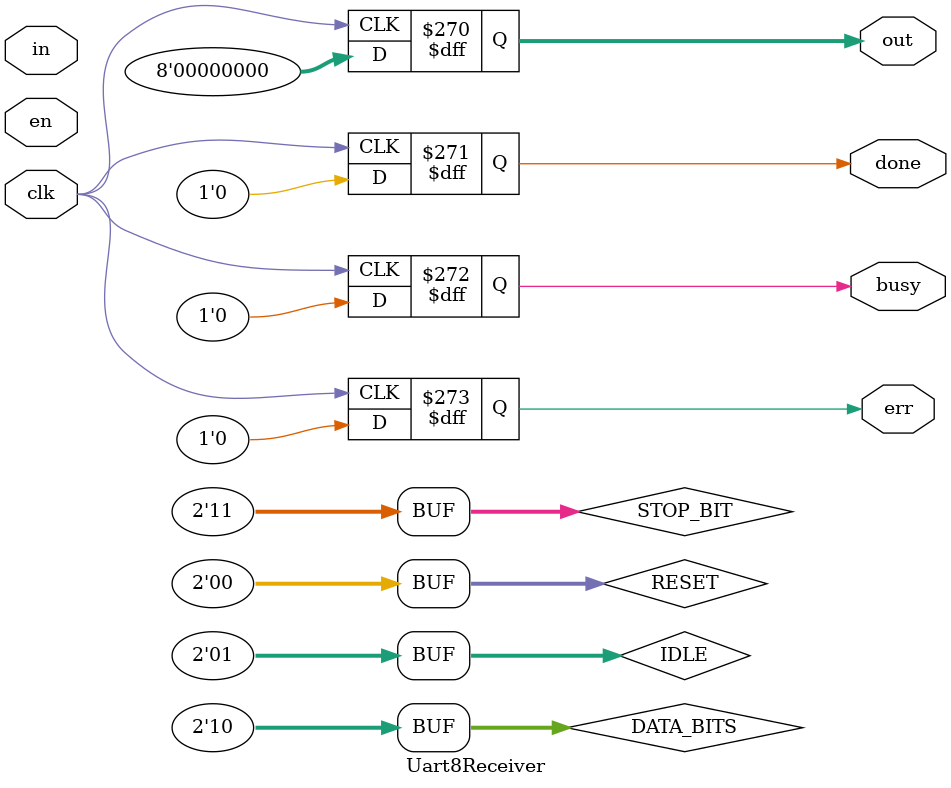
<source format=v>
`include "UartStates.vh"

/*
 * 8-bit UART Receiver.
 * Able to receive 8 bits of serial data, one start bit, one stop bit.
 * When receive is complete {done} is driven high for one clock cycle.
 * Output data should be taken away by a few clocks or can be lost.
 * When receive is in progress {busy} is driven high.
 * Clock should be decreased to baud rate.
 */
module Uart8Receiver (
    input  wire       clk,  // baud rate
    input  wire       en,
    input  wire       in,   // rx
    output reg  [7:0] out,  // received data
    output reg        done, // end on transaction
    output reg        busy, // transaction is in process
    output reg        err   // error while receiving data
);
    // states of state machine
    reg [1:0] RESET = 2'b00;
    reg [1:0] IDLE = 2'b01;
    reg [1:0] DATA_BITS = 2'b10;
    reg [1:0] STOP_BIT = 2'b11;

    reg [2:0] state;
    reg [2:0] bitIdx = 3'b0; // for 8-bit data
    reg [1:0] inputSw = 2'b0; // shift reg for input signal state
    reg [3:0] clockCount = 4'b0; // count clocks for 16x oversample
    reg [7:0] receivedData = 8'b0; // temporary storage for input data

    initial begin
        out <= 8'b00000000;
        err <= 1'b0;
        done <= 1'b0;
        busy <= 1'b0;
    end

    always @(posedge clk) begin
        inputSw = { inputSw[0], in };

        //if (!en) begin
            state = RESET;
        //end

        case (state)
            RESET: begin
                out <= 8'b0;
                err <= 1'b0;
                done <= 1'b0;
                busy <= 1'b0;
                bitIdx <= 3'b0;
                clockCount <= 4'b0;
                receivedData <= 8'b0;
                if (en) begin
                    state <= IDLE;
                end
            end

            IDLE: begin
                done <= 1'b0;
                if (&clockCount) begin
                    state <= DATA_BITS;
                    out <= 8'b0;
                    bitIdx <= 3'b0;
                    clockCount <= 4'b0;
                    receivedData <= 8'b0;
                    busy <= 1'b1;
                    err <= 1'b0;
                end else if (!(&inputSw) || |clockCount) begin
                    // Check bit to make sure it's still low
                    if (&inputSw) begin
                        err <= 1'b1;
                        state <= RESET;
                    end
                    clockCount <= clockCount + 4'b1;
                end
            end

            // Wait 8 full cycles to receive serial data
            DATA_BITS: begin
                if (&clockCount) begin // save one bit of received data
                    clockCount <= 4'b0;
                    // TODO: check the most popular value
                    receivedData[bitIdx] <= inputSw[0];
                    if (&bitIdx) begin
                        bitIdx <= 3'b0;
                        state <= STOP_BIT;
                    end else begin
                        bitIdx <= bitIdx + 3'b1;
                    end
                end else begin
                    clockCount <= clockCount + 4'b1;
                end
            end

            /*
            * Baud clock may not be running at exactly the same rate as the
            * transmitter. Next start bit is allowed on at least half of stop bit.
            */
            STOP_BIT: begin
                if (&clockCount || (clockCount >= 4'h8 && !(|inputSw))) begin
                    state <= IDLE;
                    out <= receivedData;
                    done <= 1'b1;
                    busy <= 1'b0;
                    clockCount <= 4'b0;
                end else begin
                    clockCount <= clockCount + 1;
                    // Check bit to make sure it's still high
                    if (!(|inputSw)) begin
                        err <= 1'b1;
                        state <= RESET;
                    end
                end
            end

            default: state <= IDLE;
        endcase
    end

endmodule

</source>
